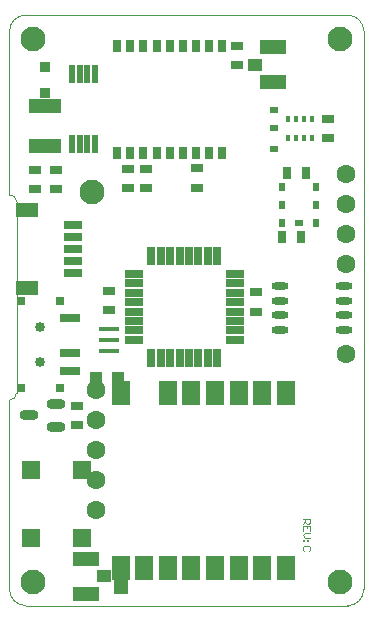
<source format=gts>
G04 Layer_Color=8388736*
%FSLAX42Y42*%
%MOMM*%
G71*
G01*
G75*
%ADD39R,1.30X2.50*%
%ADD40R,0.80X0.60*%
%ADD41R,0.80X0.60*%
%ADD42C,0.10*%
%ADD55R,1.15X1.10*%
%ADD56R,2.30X1.15*%
%ADD57R,1.07X0.76*%
%ADD58R,0.45X0.60*%
%ADD59R,0.90X0.90*%
%ADD60R,0.76X1.07*%
%ADD61R,1.70X0.40*%
%ADD62R,0.70X0.70*%
%ADD63R,1.70X0.70*%
%ADD64R,1.90X1.30*%
%ADD65R,1.65X0.70*%
%ADD66R,1.60X2.10*%
%ADD67R,0.80X1.00*%
%ADD68R,2.80X1.30*%
G04:AMPARAMS|DCode=69|XSize=0.76mm|YSize=1.07mm|CornerRadius=0.22mm|HoleSize=0mm|Usage=FLASHONLY|Rotation=270.000|XOffset=0mm|YOffset=0mm|HoleType=Round|Shape=RoundedRectangle|*
%AMROUNDEDRECTD69*
21,1,0.76,0.64,0,0,270.0*
21,1,0.33,1.07,0,0,270.0*
1,1,0.43,-0.32,-0.17*
1,1,0.43,-0.32,0.17*
1,1,0.43,0.32,0.17*
1,1,0.43,0.32,-0.17*
%
%ADD69ROUNDEDRECTD69*%
%ADD70O,1.62X0.86*%
%ADD71R,0.65X1.60*%
%ADD72R,1.60X0.65*%
%ADD73R,0.60X0.70*%
%ADD74R,0.70X0.60*%
%ADD75R,0.55X1.55*%
%ADD76O,1.45X0.60*%
%ADD77R,1.60X1.60*%
%ADD78C,1.60*%
%ADD79C,0.85*%
%ADD80C,2.10*%
%ADD81R,1.10X1.10*%
D39*
X945Y225D02*
D03*
D40*
X2240Y4040D02*
D03*
Y4200D02*
D03*
D41*
Y3870D02*
D03*
D42*
X2485Y735D02*
X2545D01*
Y705D01*
X2535Y695D01*
X2515D01*
X2505Y705D01*
Y735D01*
Y715D02*
X2485Y695D01*
X2545Y635D02*
Y675D01*
X2485D01*
Y635D01*
X2515Y675D02*
Y655D01*
X2545Y615D02*
X2505D01*
X2485Y595D01*
X2505Y575D01*
X2545D01*
X2525Y555D02*
Y545D01*
X2515D01*
Y555D01*
X2525D01*
X2495D02*
Y545D01*
X2485D01*
Y555D01*
X2495D01*
X2535Y465D02*
X2545Y475D01*
Y495D01*
X2535Y505D01*
X2495D01*
X2485Y495D01*
Y475D01*
X2495Y465D01*
X137Y5000D02*
G03*
X0Y4863I0J-137D01*
G01*
X3000D02*
G03*
X2863Y5000I-137J0D01*
G01*
X2863Y0D02*
G03*
X3000Y137I0J137D01*
G01*
X0Y137D02*
G03*
X137Y0I137J0D01*
G01*
X0Y1740D02*
G03*
X60Y1800I0J60D01*
G01*
Y3420D02*
G03*
X0Y3480I-60J0D01*
G01*
X137Y5000D02*
X2863D01*
X3000Y137D02*
Y4863D01*
X137Y0D02*
X2863D01*
X60Y1800D02*
Y3420D01*
X0Y3480D02*
Y4863D01*
Y137D02*
Y1740D01*
D55*
X799Y247D02*
D03*
X2080Y4580D02*
D03*
D56*
X646Y100D02*
D03*
Y395D02*
D03*
X2232Y4728D02*
D03*
Y4433D02*
D03*
D57*
X2700Y4121D02*
D03*
Y3959D02*
D03*
X1930Y4579D02*
D03*
X1930Y4741D02*
D03*
X840Y2499D02*
D03*
Y2661D02*
D03*
X2090Y2651D02*
D03*
Y2489D02*
D03*
X1590Y3701D02*
D03*
Y3539D02*
D03*
X570Y1529D02*
D03*
X570Y1691D02*
D03*
X390Y3691D02*
D03*
Y3529D02*
D03*
X1155Y3696D02*
D03*
Y3534D02*
D03*
X1005Y3696D02*
D03*
X1005Y3534D02*
D03*
D58*
X2492Y3960D02*
D03*
Y4120D02*
D03*
X2427Y3960D02*
D03*
Y4120D02*
D03*
X2558D02*
D03*
Y3960D02*
D03*
X2362D02*
D03*
Y4120D02*
D03*
D59*
X300Y4340D02*
D03*
X300Y4560D02*
D03*
D60*
X2349Y3660D02*
D03*
X2511Y3660D02*
D03*
X2309Y3120D02*
D03*
X2471Y3120D02*
D03*
D61*
X840Y2345D02*
D03*
Y2250D02*
D03*
Y2155D02*
D03*
D62*
X95Y1845D02*
D03*
Y2575D02*
D03*
X425D02*
D03*
Y1845D02*
D03*
D63*
X510Y2435D02*
D03*
Y2135D02*
D03*
Y1985D02*
D03*
D64*
X145Y2690D02*
D03*
Y3350D02*
D03*
D65*
X535Y2920D02*
D03*
Y3020D02*
D03*
Y3120D02*
D03*
Y3220D02*
D03*
Y2820D02*
D03*
D66*
X2340Y320D02*
D03*
X2140D02*
D03*
X1740D02*
D03*
X1940D02*
D03*
X1140D02*
D03*
X940D02*
D03*
X1340D02*
D03*
X1540D02*
D03*
Y1800D02*
D03*
X1340D02*
D03*
X940D02*
D03*
X1940D02*
D03*
X1740D02*
D03*
X2140D02*
D03*
X2340D02*
D03*
D67*
X1800Y3830D02*
D03*
X1690Y3830D02*
D03*
X1580D02*
D03*
X1470Y3830D02*
D03*
X1360Y3830D02*
D03*
X1250D02*
D03*
X1020D02*
D03*
X910D02*
D03*
X1130D02*
D03*
X1130Y4740D02*
D03*
X910D02*
D03*
X1020D02*
D03*
X1250D02*
D03*
X1360D02*
D03*
X1470D02*
D03*
X1580D02*
D03*
X1690D02*
D03*
X1800D02*
D03*
D68*
X300Y4230D02*
D03*
Y3890D02*
D03*
D69*
X220Y3529D02*
D03*
X220Y3691D02*
D03*
D70*
X166Y1610D02*
D03*
X394Y1704D02*
D03*
Y1516D02*
D03*
D71*
X1200Y2960D02*
D03*
X1280D02*
D03*
X1360D02*
D03*
X1440D02*
D03*
X1520D02*
D03*
X1600D02*
D03*
X1680D02*
D03*
X1760D02*
D03*
Y2100D02*
D03*
X1680D02*
D03*
X1600D02*
D03*
X1520D02*
D03*
X1440D02*
D03*
X1360D02*
D03*
X1280D02*
D03*
X1200D02*
D03*
D72*
X1910Y2810D02*
D03*
Y2730D02*
D03*
Y2650D02*
D03*
Y2570D02*
D03*
Y2490D02*
D03*
Y2410D02*
D03*
Y2330D02*
D03*
Y2250D02*
D03*
X1050D02*
D03*
Y2330D02*
D03*
Y2410D02*
D03*
Y2490D02*
D03*
Y2570D02*
D03*
Y2650D02*
D03*
Y2730D02*
D03*
Y2810D02*
D03*
D73*
X2595Y3240D02*
D03*
Y3390D02*
D03*
Y3540D02*
D03*
X2305D02*
D03*
Y3390D02*
D03*
Y3240D02*
D03*
D74*
X2450D02*
D03*
D75*
X528Y4500D02*
D03*
X528Y3910D02*
D03*
X658Y4500D02*
D03*
X593D02*
D03*
X723D02*
D03*
X658Y3910D02*
D03*
X593D02*
D03*
X723D02*
D03*
D76*
X2290Y2583D02*
D03*
X2830D02*
D03*
Y2710D02*
D03*
X2290D02*
D03*
X2830Y2457D02*
D03*
X2290D02*
D03*
X2830Y2330D02*
D03*
X2290D02*
D03*
D77*
X185Y1150D02*
D03*
X615D02*
D03*
X185Y570D02*
D03*
X615D02*
D03*
D78*
X730Y1316D02*
D03*
Y1570D02*
D03*
Y1824D02*
D03*
Y808D02*
D03*
Y1062D02*
D03*
X2850Y2892D02*
D03*
Y3146D02*
D03*
Y3654D02*
D03*
Y3400D02*
D03*
Y2130D02*
D03*
D79*
X260Y2360D02*
D03*
Y2060D02*
D03*
D80*
X700Y3500D02*
D03*
X2800Y4800D02*
D03*
X2800Y200D02*
D03*
X200Y4800D02*
D03*
Y200D02*
D03*
D81*
X730Y1930D02*
D03*
X920D02*
D03*
M02*

</source>
